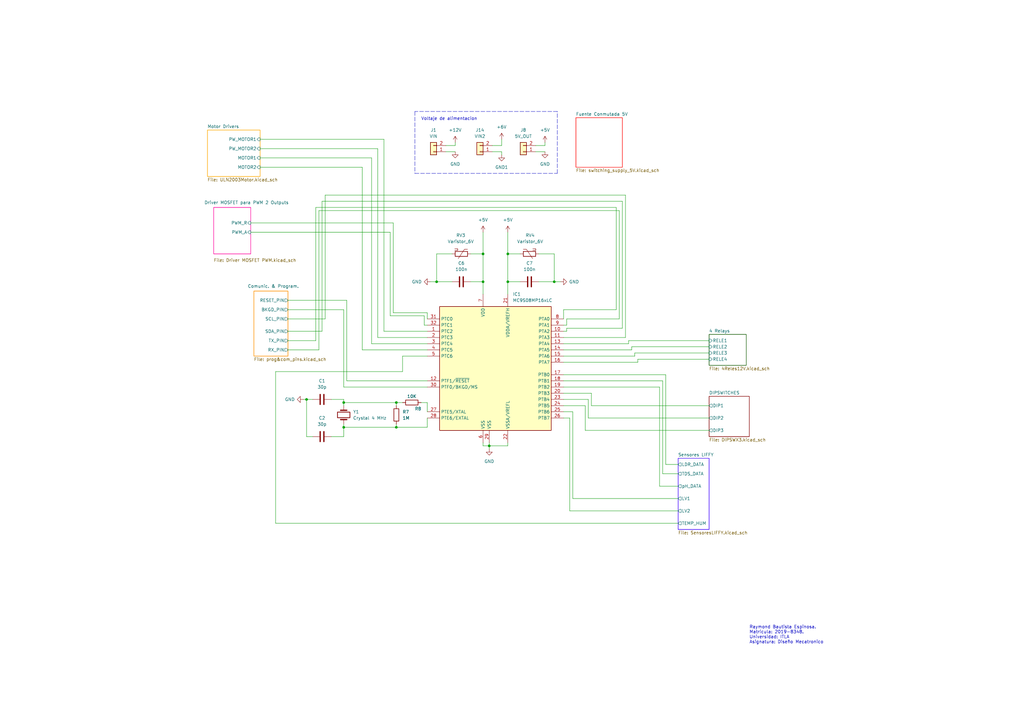
<source format=kicad_sch>
(kicad_sch (version 20211123) (generator eeschema)
  (paper "A3")
  (lib_symbols
    (symbol "Connector_Generic:Conn_01x02" (pin_names (offset 1.016) hide)
      (property "Reference" "J" (at 0 2.54 0))
      (property "Value" "Conn_01x02" (at 0 -5.08 0))
      (symbol "Conn_01x02_1_1"
        (rectangle (start -1.27 -2.413) (end 0 -2.667) (stroke (width 0.1524)))
        (rectangle (start -1.27 0.127) (end 0 -0.127) (stroke (width 0.1524)))
        (rectangle (start -1.27 1.27) (end 1.27 -3.81) (stroke (width 0.254)) (fill (type background)))
        (pin passive line (at -5.08 0 0) (length 3.81) (name "Pin_1") (number "1"))
        (pin passive line (at -5.08 -2.54 0) (length 3.81) (name "Pin_2") (number "2"))
      )
    )
    (symbol "Device:C" (pin_numbers hide) (pin_names (offset 0.254))
      (property "Reference" "C" (at 0.635 2.54 0))
      (property "Value" "C" (at 0.635 -2.54 0))
      (symbol "C_0_1"
        (polyline (pts (xy -2.032 -0.762) (xy 2.032 -0.762)) (stroke (width 0.508)))
        (polyline (pts (xy -2.032 0.762) (xy 2.032 0.762)) (stroke (width 0.508)))
      )
      (symbol "C_1_1"
        (pin passive line (at 0 3.81 270) (length 2.794) (name "~") (number "1"))
        (pin passive line (at 0 -3.81 90) (length 2.794) (name "~") (number "2"))
      )
    )
    (symbol "Device:Crystal" (pin_numbers hide) (pin_names (offset 1.016) hide)
      (property "Reference" "Y" (at 0 3.81 0))
      (property "Value" "Crystal" (at 0 -3.81 0))
      (symbol "Crystal_0_1"
        (rectangle (start -1.143 2.54) (end 1.143 -2.54) (stroke (width 0.3048)))
        (polyline (pts (xy -2.54 0) (xy -1.905 0)))
        (polyline (pts (xy -1.905 -1.27) (xy -1.905 1.27)) (stroke (width 0.508)))
        (polyline (pts (xy 1.905 -1.27) (xy 1.905 1.27)) (stroke (width 0.508)))
        (polyline (pts (xy 2.54 0) (xy 1.905 0)))
      )
      (symbol "Crystal_1_1"
        (pin passive line (at -3.81 0 0) (length 1.27) (name "1") (number "1"))
        (pin passive line (at 3.81 0 180) (length 1.27) (name "2") (number "2"))
      )
    )
    (symbol "Device:R" (pin_numbers hide) (pin_names (offset 0))
      (property "Reference" "R" (at 2.032 0 90))
      (property "Value" "R" (at 0 0 90))
      (symbol "R_0_1"
        (rectangle (start -1.016 -2.54) (end 1.016 2.54) (stroke (width 0.254)))
      )
      (symbol "R_1_1"
        (pin passive line (at 0 3.81 270) (length 1.27) (name "~") (number "1"))
        (pin passive line (at 0 -3.81 90) (length 1.27) (name "~") (number "2"))
      )
    )
    (symbol "Device:Varistor" (pin_numbers hide) (pin_names (offset 0))
      (property "Reference" "RV" (at 3.175 0 90))
      (property "Value" "Varistor" (at -3.175 0 90))
      (symbol "Varistor_0_0"
        (text "U" (at -1.778 -2.032 0) (effects (font (size 1.27 1.27))))
      )
      (symbol "Varistor_0_1"
        (rectangle (start -1.016 -2.54) (end 1.016 2.54) (stroke (width 0.254)))
        (polyline (pts (xy -1.905 2.54) (xy -1.905 1.27) (xy 1.905 -1.27)))
      )
      (symbol "Varistor_1_1"
        (pin passive line (at 0 3.81 270) (length 1.27) (name "~") (number "1"))
        (pin passive line (at 0 -3.81 90) (length 1.27) (name "~") (number "2"))
      )
    )
    (symbol "MCU_NXP_S08:MC9S08MP16xLC"
      (property "Reference" "IC" (at -22.86 26.67 0))
      (property "Value" "MC9S08MP16xLC" (at 22.86 26.67 0))
      (symbol "MC9S08MP16xLC_0_1"
        (rectangle (start -22.86 25.4) (end 22.86 -25.4) (stroke (width 0.254)) (fill (type background)))
      )
      (symbol "MC9S08MP16xLC_1_1"
        (pin bidirectional line (at -27.94 15.24 0) (length 5.08) (name "PTC2") (number "1"))
        (pin bidirectional line (at 27.94 15.24 180) (length 5.08) (name "PTA2") (number "10"))
        (pin bidirectional line (at 27.94 12.7 180) (length 5.08) (name "PTA3") (number "11"))
        (pin bidirectional line (at -27.94 -5.08 0) (length 5.08) (name "PTF1/~{RESET}") (number "12"))
        (pin bidirectional line (at 27.94 10.16 180) (length 5.08) (name "PTA4") (number "13"))
        (pin bidirectional line (at 27.94 7.62 180) (length 5.08) (name "PTA5") (number "14"))
        (pin bidirectional line (at 27.94 5.08 180) (length 5.08) (name "PTA6") (number "15"))
        (pin bidirectional line (at 27.94 2.54 180) (length 5.08) (name "PTA7") (number "16"))
        (pin bidirectional line (at 27.94 -2.54 180) (length 5.08) (name "PTB0") (number "17"))
        (pin bidirectional line (at 27.94 -5.08 180) (length 5.08) (name "PTB1") (number "18"))
        (pin bidirectional line (at 27.94 -7.62 180) (length 5.08) (name "PTB2") (number "19"))
        (pin bidirectional line (at -27.94 12.7 0) (length 5.08) (name "PTC3") (number "2"))
        (pin bidirectional line (at 27.94 -10.16 180) (length 5.08) (name "PTB3") (number "20"))
        (pin power_in line (at 5.08 30.48 270) (length 5.08) (name "VDDA/VREFH") (number "21"))
        (pin power_in line (at 5.08 -30.48 90) (length 5.08) (name "VSSA/VREFL") (number "22"))
        (pin bidirectional line (at 27.94 -12.7 180) (length 5.08) (name "PTB4") (number "23"))
        (pin bidirectional line (at 27.94 -15.24 180) (length 5.08) (name "PTB5") (number "24"))
        (pin bidirectional line (at 27.94 -17.78 180) (length 5.08) (name "PTB6") (number "25"))
        (pin bidirectional line (at 27.94 -20.32 180) (length 5.08) (name "PTB7") (number "26"))
        (pin bidirectional line (at -27.94 -17.78 0) (length 5.08) (name "PTE5/XTAL") (number "27"))
        (pin bidirectional line (at -27.94 -20.32 0) (length 5.08) (name "PTE6/EXTAL") (number "28"))
        (pin power_in line (at -2.54 -30.48 90) (length 5.08) (name "VSS") (number "29"))
        (pin bidirectional line (at -27.94 10.16 0) (length 5.08) (name "PTC4") (number "3"))
        (pin bidirectional line (at -27.94 -7.62 0) (length 5.08) (name "PTF0/BKGD/MS") (number "30"))
        (pin bidirectional line (at -27.94 20.32 0) (length 5.08) (name "PTC0") (number "31"))
        (pin bidirectional line (at -27.94 17.78 0) (length 5.08) (name "PTC1") (number "32"))
        (pin bidirectional line (at -27.94 7.62 0) (length 5.08) (name "PTC5") (number "4"))
        (pin bidirectional line (at -27.94 5.08 0) (length 5.08) (name "PTC6") (number "5"))
        (pin power_in line (at -5.08 -30.48 90) (length 5.08) (name "VSS") (number "6"))
        (pin power_in line (at -5.08 30.48 270) (length 5.08) (name "VDD") (number "7"))
        (pin bidirectional line (at 27.94 20.32 180) (length 5.08) (name "PTA0") (number "8"))
        (pin bidirectional line (at 27.94 17.78 180) (length 5.08) (name "PTA1") (number "9"))
      )
    )
    (symbol "power:+12V" (power) (pin_names (offset 0))
      (property "Value" "+12V" (at 0 3.556 0))
      (symbol "+12V_0_1"
        (polyline (pts (xy -0.762 1.27) (xy 0 2.54)))
        (polyline (pts (xy 0 0) (xy 0 2.54)))
        (polyline (pts (xy 0 2.54) (xy 0.762 1.27)))
      )
      (symbol "+12V_1_1"
        (pin power_in line (at 0 0 90) (length 0) hide (name "+12V") (number "1"))
      )
    )
    (symbol "power:+5V" (power) (pin_names (offset 0))
      (property "Value" "+5V" (at 0 3.556 0))
      (symbol "+5V_0_1"
        (polyline (pts (xy -0.762 1.27) (xy 0 2.54)))
        (polyline (pts (xy 0 0) (xy 0 2.54)))
        (polyline (pts (xy 0 2.54) (xy 0.762 1.27)))
      )
      (symbol "+5V_1_1"
        (pin power_in line (at 0 0 90) (length 0) hide (name "+5V") (number "1"))
      )
    )
    (symbol "power:+6V" (power) (pin_names (offset 0))
      (property "Value" "+6V" (at 0 3.556 0))
      (symbol "+6V_0_1"
        (polyline (pts (xy -0.762 1.27) (xy 0 2.54)))
        (polyline (pts (xy 0 0) (xy 0 2.54)))
        (polyline (pts (xy 0 2.54) (xy 0.762 1.27)))
      )
      (symbol "+6V_1_1"
        (pin power_in line (at 0 0 90) (length 0) hide (name "+6V") (number "1"))
      )
    )
    (symbol "power:GND" (power) (pin_names (offset 0))
      (property "Value" "GND" (at 0 -3.81 0))
      (symbol "GND_0_1"
        (polyline (pts (xy 0 0) (xy 0 -1.27) (xy 1.27 -1.27) (xy 0 -2.54) (xy -1.27 -1.27) (xy 0 -1.27)))
      )
      (symbol "GND_1_1"
        (pin power_in line (at 0 0 270) (length 0) hide (name "GND") (number "1"))
      )
    )
    (symbol "power:GND1" (power) (pin_names (offset 0))
      (property "Value" "GND1" (at 0 -3.81 0))
      (symbol "GND1_0_1"
        (polyline (pts (xy 0 0) (xy 0 -1.27) (xy 1.27 -1.27) (xy 0 -2.54) (xy -1.27 -1.27) (xy 0 -1.27)))
      )
      (symbol "GND1_1_1"
        (pin power_in line (at 0 0 270) (length 0) hide (name "GND1") (number "1"))
      )
    )
  )
  (junction (at 208.28 115.57))
  (junction (at 125.73 163.83))
  (junction (at 140.97 175.26))
  (junction (at 198.12 115.57))
  (junction (at 200.66 182.88))
  (junction (at 179.07 115.57))
  (junction (at 208.28 104.14))
  (junction (at 162.56 175.26))
  (junction (at 198.12 104.14))
  (junction (at 227.33 115.57))
  (junction (at 162.56 165.1))
  (junction (at 140.97 165.1))
  (wire (pts (xy 173.99 133.35) (xy 175.26 133.35)))
  (wire (pts (xy 252.73 85.09) (xy 252.73 127)))
  (wire (pts (xy 205.74 59.69) (xy 201.93 59.69)))
  (wire (pts (xy 229.87 115.57) (xy 227.33 115.57)))
  (wire (pts (xy 232.41 133.35) (xy 232.41 130.81)))
  (polyline (pts (xy 170.18 45.72) (xy 170.18 71.12)))
  (wire (pts (xy 198.12 104.14) (xy 198.12 115.57)))
  (wire (pts (xy 219.71 62.23) (xy 223.52 62.23)))
  (wire (pts (xy 106.68 64.77) (xy 152.4 64.77)))
  (wire (pts (xy 205.74 57.15) (xy 205.74 59.69)))
  (wire (pts (xy 135.89 163.83) (xy 140.97 163.83)))
  (wire (pts (xy 133.35 130.81) (xy 133.35 80.01)))
  (wire (pts (xy 185.42 104.14) (xy 179.07 104.14)))
  (wire (pts (xy 113.03 214.63) (xy 113.03 152.4)))
  (wire (pts (xy 223.52 58.42) (xy 223.52 59.69)))
  (wire (pts (xy 201.93 62.23) (xy 205.74 62.23)))
  (wire (pts (xy 140.97 158.75) (xy 140.97 127)))
  (wire (pts (xy 270.51 199.39) (xy 270.51 158.75)))
  (wire (pts (xy 176.53 115.57) (xy 179.07 115.57)))
  (wire (pts (xy 148.59 143.51) (xy 175.26 143.51)))
  (wire (pts (xy 175.26 128.27) (xy 161.29 128.27)))
  (wire (pts (xy 175.26 130.81) (xy 175.26 128.27)))
  (wire (pts (xy 200.66 184.15) (xy 200.66 182.88)))
  (wire (pts (xy 182.88 59.69) (xy 186.69 59.69)))
  (wire (pts (xy 231.14 127) (xy 231.14 130.81)))
  (wire (pts (xy 278.13 190.5) (xy 273.05 190.5)))
  (wire (pts (xy 140.97 179.07) (xy 140.97 175.26)))
  (wire (pts (xy 259.08 143.51) (xy 259.08 142.24)))
  (wire (pts (xy 234.95 204.47) (xy 234.95 168.91)))
  (wire (pts (xy 179.07 115.57) (xy 185.42 115.57)))
  (wire (pts (xy 140.97 175.26) (xy 162.56 175.26)))
  (wire (pts (xy 240.03 166.37) (xy 231.14 166.37)))
  (wire (pts (xy 231.14 168.91) (xy 234.95 168.91)))
  (wire (pts (xy 162.56 166.37) (xy 162.56 165.1)))
  (wire (pts (xy 252.73 127) (xy 231.14 127)))
  (wire (pts (xy 261.62 148.59) (xy 261.62 147.32)))
  (wire (pts (xy 106.68 57.15) (xy 157.48 57.15)))
  (wire (pts (xy 113.03 152.4) (xy 165.1 152.4)))
  (wire (pts (xy 227.33 115.57) (xy 220.98 115.57)))
  (wire (pts (xy 175.26 165.1) (xy 175.26 168.91)))
  (wire (pts (xy 118.11 139.7) (xy 129.54 139.7)))
  (wire (pts (xy 200.66 182.88) (xy 200.66 181.61)))
  (wire (pts (xy 242.57 166.37) (xy 242.57 161.29)))
  (wire (pts (xy 213.36 115.57) (xy 208.28 115.57)))
  (wire (pts (xy 173.99 129.54) (xy 173.99 133.35)))
  (wire (pts (xy 231.14 143.51) (xy 259.08 143.51)))
  (wire (pts (xy 130.81 143.51) (xy 130.81 86.36)))
  (wire (pts (xy 140.97 166.37) (xy 140.97 165.1)))
  (wire (pts (xy 148.59 143.51) (xy 148.59 68.58)))
  (wire (pts (xy 162.56 175.26) (xy 175.26 175.26)))
  (wire (pts (xy 278.13 204.47) (xy 234.95 204.47)))
  (wire (pts (xy 133.35 80.01) (xy 256.54 80.01)))
  (wire (pts (xy 118.11 130.81) (xy 133.35 130.81)))
  (wire (pts (xy 154.94 138.43) (xy 175.26 138.43)))
  (wire (pts (xy 160.02 129.54) (xy 173.99 129.54)))
  (wire (pts (xy 118.11 135.89) (xy 132.08 135.89)))
  (wire (pts (xy 154.94 138.43) (xy 154.94 60.96)))
  (wire (pts (xy 290.83 166.37) (xy 242.57 166.37)))
  (wire (pts (xy 162.56 173.99) (xy 162.56 175.26)))
  (wire (pts (xy 271.78 194.31) (xy 278.13 194.31)))
  (wire (pts (xy 231.14 133.35) (xy 232.41 133.35)))
  (wire (pts (xy 208.28 181.61) (xy 208.28 182.88)))
  (wire (pts (xy 240.03 166.37) (xy 240.03 176.53)))
  (wire (pts (xy 231.14 140.97) (xy 257.81 140.97)))
  (wire (pts (xy 255.27 82.55) (xy 255.27 134.62)))
  (wire (pts (xy 175.26 171.45) (xy 175.26 175.26)))
  (wire (pts (xy 135.89 179.07) (xy 140.97 179.07)))
  (wire (pts (xy 198.12 95.25) (xy 198.12 104.14)))
  (wire (pts (xy 208.28 115.57) (xy 208.28 120.65)))
  (wire (pts (xy 140.97 175.26) (xy 140.97 173.99)))
  (wire (pts (xy 256.54 80.01) (xy 256.54 138.43)))
  (wire (pts (xy 128.27 179.07) (xy 125.73 179.07)))
  (wire (pts (xy 260.35 144.78) (xy 260.35 146.05)))
  (wire (pts (xy 198.12 182.88) (xy 200.66 182.88)))
  (wire (pts (xy 172.72 165.1) (xy 175.26 165.1)))
  (wire (pts (xy 231.14 138.43) (xy 256.54 138.43)))
  (wire (pts (xy 161.29 91.44) (xy 161.29 128.27)))
  (wire (pts (xy 261.62 147.32) (xy 290.83 147.32)))
  (wire (pts (xy 232.41 134.62) (xy 232.41 135.89)))
  (wire (pts (xy 278.13 209.55) (xy 233.68 209.55)))
  (wire (pts (xy 233.68 209.55) (xy 233.68 171.45)))
  (wire (pts (xy 165.1 152.4) (xy 165.1 146.05)))
  (wire (pts (xy 193.04 115.57) (xy 198.12 115.57)))
  (wire (pts (xy 160.02 95.25) (xy 102.87 95.25)))
  (wire (pts (xy 257.81 139.7) (xy 257.81 140.97)))
  (wire (pts (xy 148.59 68.58) (xy 106.68 68.58)))
  (wire (pts (xy 140.97 165.1) (xy 162.56 165.1)))
  (wire (pts (xy 227.33 104.14) (xy 227.33 115.57)))
  (wire (pts (xy 231.14 148.59) (xy 261.62 148.59)))
  (wire (pts (xy 140.97 163.83) (xy 140.97 165.1)))
  (wire (pts (xy 152.4 140.97) (xy 175.26 140.97)))
  (wire (pts (xy 118.11 143.51) (xy 130.81 143.51)))
  (wire (pts (xy 208.28 104.14) (xy 208.28 115.57)))
  (wire (pts (xy 132.08 82.55) (xy 255.27 82.55)))
  (wire (pts (xy 129.54 85.09) (xy 252.73 85.09)))
  (wire (pts (xy 273.05 190.5) (xy 273.05 153.67)))
  (polyline (pts (xy 228.6 71.12) (xy 228.6 45.72)))
  (wire (pts (xy 130.81 86.36) (xy 254 86.36)))
  (wire (pts (xy 233.68 171.45) (xy 231.14 171.45)))
  (wire (pts (xy 231.14 156.21) (xy 271.78 156.21)))
  (wire (pts (xy 165.1 146.05) (xy 175.26 146.05)))
  (wire (pts (xy 220.98 104.14) (xy 227.33 104.14)))
  (wire (pts (xy 231.14 153.67) (xy 273.05 153.67)))
  (wire (pts (xy 232.41 130.81) (xy 254 130.81)))
  (wire (pts (xy 193.04 104.14) (xy 198.12 104.14)))
  (wire (pts (xy 175.26 158.75) (xy 140.97 158.75)))
  (wire (pts (xy 205.74 62.23) (xy 205.74 63.5)))
  (wire (pts (xy 271.78 156.21) (xy 271.78 194.31)))
  (wire (pts (xy 198.12 182.88) (xy 198.12 181.61)))
  (wire (pts (xy 213.36 104.14) (xy 208.28 104.14)))
  (wire (pts (xy 140.97 127) (xy 118.11 127)))
  (wire (pts (xy 278.13 214.63) (xy 113.03 214.63)))
  (wire (pts (xy 241.3 163.83) (xy 231.14 163.83)))
  (wire (pts (xy 162.56 165.1) (xy 165.1 165.1)))
  (wire (pts (xy 160.02 129.54) (xy 160.02 95.25)))
  (wire (pts (xy 232.41 134.62) (xy 255.27 134.62)))
  (wire (pts (xy 179.07 104.14) (xy 179.07 115.57)))
  (wire (pts (xy 232.41 135.89) (xy 231.14 135.89)))
  (wire (pts (xy 278.13 199.39) (xy 270.51 199.39)))
  (wire (pts (xy 175.26 156.21) (xy 142.24 156.21)))
  (wire (pts (xy 200.66 182.88) (xy 208.28 182.88)))
  (polyline (pts (xy 170.18 71.12) (xy 228.6 71.12)))
  (wire (pts (xy 240.03 176.53) (xy 290.83 176.53)))
  (wire (pts (xy 125.73 163.83) (xy 125.73 179.07)))
  (wire (pts (xy 142.24 123.19) (xy 118.11 123.19)))
  (wire (pts (xy 129.54 139.7) (xy 129.54 85.09)))
  (wire (pts (xy 182.88 62.23) (xy 186.69 62.23)))
  (wire (pts (xy 125.73 163.83) (xy 128.27 163.83)))
  (wire (pts (xy 157.48 135.89) (xy 175.26 135.89)))
  (wire (pts (xy 259.08 142.24) (xy 290.83 142.24)))
  (wire (pts (xy 208.28 95.25) (xy 208.28 104.14)))
  (wire (pts (xy 219.71 59.69) (xy 223.52 59.69)))
  (wire (pts (xy 198.12 115.57) (xy 198.12 120.65)))
  (wire (pts (xy 254 86.36) (xy 254 130.81)))
  (wire (pts (xy 241.3 163.83) (xy 241.3 171.45)))
  (wire (pts (xy 154.94 60.96) (xy 106.68 60.96)))
  (wire (pts (xy 124.46 163.83) (xy 125.73 163.83)))
  (wire (pts (xy 152.4 64.77) (xy 152.4 140.97)))
  (wire (pts (xy 241.3 171.45) (xy 290.83 171.45)))
  (wire (pts (xy 102.87 91.44) (xy 161.29 91.44)))
  (wire (pts (xy 142.24 156.21) (xy 142.24 123.19)))
  (wire (pts (xy 290.83 144.78) (xy 260.35 144.78)))
  (wire (pts (xy 231.14 146.05) (xy 260.35 146.05)))
  (wire (pts (xy 270.51 158.75) (xy 231.14 158.75)))
  (polyline (pts (xy 228.6 45.72) (xy 170.18 45.72)))
  (wire (pts (xy 186.69 58.42) (xy 186.69 59.69)))
  (wire (pts (xy 242.57 161.29) (xy 231.14 161.29)))
  (wire (pts (xy 132.08 135.89) (xy 132.08 82.55)))
  (wire (pts (xy 157.48 57.15) (xy 157.48 135.89)))
  (wire (pts (xy 257.81 139.7) (xy 290.83 139.7)))
  (text "Raymond Bautista Espinosa.\nMatricula: 2019-8348.\nUniversidad: ITLA\nAsignatura: Diseño Mecatronico" (at 307.34 264.16 0) (effects (font (size 1.27 1.27)) (justify left bottom)))
  (text "Voltaje de alimentacion" (at 172.72 49.53 0) (effects (font (size 1.27 1.27)) (justify left bottom)))
  (symbol (lib_id "Device:C") (at 132.08 163.83 90) (unit 1)
    (property "Reference" "C1" (at 132.08 156.21 90))
    (property "Value" "30p" (at 132.08 158.75 90))
    (property "Footprint" "Capacitor_SMD:C_0201_0603Metric" (effects hide))
  )
  (symbol (lib_id "Connector_Generic:Conn_01x02") (at 214.63 62.23 180) (unit 1)
    (property "Reference" "J8" (at 214.63 53.34 0))
    (property "Value" "5V_OUT" (at 214.63 55.88 0))
    (property "Footprint" "TerminalBlock:TerminalBlock_bornier-2_P5.08mm" (effects hide))
  )
  (symbol (lib_id "Device:C") (at 217.17 115.57 270) (mirror x) (unit 1)
    (property "Reference" "C7" (at 217.17 107.95 90))
    (property "Value" "100n" (at 217.17 110.49 90))
    (property "Footprint" "Capacitor_SMD:C_0201_0603Metric" (effects hide))
  )
  (symbol (lib_id "power:+6V") (at 205.74 57.15 0) (unit 1)
    (property "Reference" "#PWR0111" (effects hide))
    (property "Value" "+6V" (at 205.74 52.07 0))
  )
  (symbol (lib_id "power:GND") (at 223.52 62.23 0) (unit 1)
    (property "Reference" "#PWR034" (effects hide))
    (property "Value" "GND" (at 223.52 67.31 0))
  )
  (symbol (lib_id "Device:R") (at 168.91 165.1 90) (unit 1)
    (property "Reference" "R8" (at 171.45 167.64 90))
    (property "Value" "10K" (at 168.91 162.56 90))
    (property "Footprint" "Resistor_SMD:R_0201_0603Metric" (effects hide))
  )
  (symbol (lib_id "Device:R") (at 162.56 170.18 180) (unit 1)
    (property "Reference" "R7" (at 165.1 168.9099 0) (effects (justify right)))
    (property "Value" "1M" (at 165.1 171.4499 0) (effects (justify right)))
    (property "Footprint" "Resistor_SMD:R_0201_0603Metric" (effects hide))
  )
  (symbol (lib_id "MCU_NXP_S08:MC9S08MP16xLC") (at 203.2 151.13 0) (unit 1)
    (property "Reference" "IC1" (at 210.2994 120.65 0) (effects (justify left)))
    (property "Value" "MC9S08MP16xLC" (at 210.2994 123.19 0) (effects (justify left)))
    (property "Footprint" "Package_QFP:LQFP-32_7x7mm_P0.8mm" (effects hide))
    (property "Datasheet" "http://cache.nxp.com/files/microcontrollers/doc/ref_manual/MC9S08MP16RM.pdf" (effects hide))
  )
  (symbol (lib_id "power:GND") (at 186.69 62.23 0) (unit 1)
    (property "Reference" "#PWR04" (effects hide))
    (property "Value" "GND" (at 186.69 67.31 0))
  )
  (symbol (lib_id "power:GND1") (at 205.74 63.5 0) (unit 1)
    (property "Reference" "#PWR0112" (effects hide))
    (property "Value" "GND1" (at 205.74 68.58 0))
  )
  (symbol (lib_id "power:GND") (at 124.46 163.83 270) (unit 1)
    (property "Reference" "#PWR0101" (effects hide))
    (property "Value" "GND" (at 116.84 163.83 90) (effects (justify left)))
  )
  (symbol (lib_id "power:GND") (at 176.53 115.57 270) (unit 1)
    (property "Reference" "#PWR0104" (effects hide))
    (property "Value" "GND" (at 168.91 115.57 90) (effects (justify left)))
  )
  (symbol (lib_id "Device:Varistor") (at 189.23 104.14 270) (unit 1)
    (property "Reference" "RV3" (at 188.9768 96.52 90))
    (property "Value" "Varistor_6V" (at 188.9768 99.06 90))
    (property "Footprint" "Capacitor_SMD:C_0805_2012Metric" (effects hide))
  )
  (symbol (lib_id "Connector_Generic:Conn_01x02") (at 196.85 62.23 180) (unit 1)
    (property "Reference" "J14" (at 196.85 53.34 0))
    (property "Value" "VIN2" (at 196.85 55.88 0))
    (property "Footprint" "TerminalBlock:TerminalBlock_bornier-2_P5.08mm" (effects hide))
  )
  (symbol (lib_id "Device:C") (at 132.08 179.07 90) (unit 1)
    (property "Reference" "C2" (at 132.08 171.45 90))
    (property "Value" "30p" (at 132.08 173.99 90))
    (property "Footprint" "Capacitor_SMD:C_0201_0603Metric" (effects hide))
  )
  (symbol (lib_id "Device:Crystal") (at 140.97 170.18 90) (unit 1)
    (property "Reference" "Y1" (at 144.78 168.9099 90) (effects (justify right)))
    (property "Value" "Crystal 4 MHz" (at 144.78 171.4499 90) (effects (justify right)))
    (property "Footprint" "Crystal:Crystal_HC49-4H_Vertical" (effects hide))
  )
  (symbol (lib_id "power:GND") (at 229.87 115.57 90) (mirror x) (unit 1)
    (property "Reference" "#PWR0102" (effects hide))
    (property "Value" "GND" (at 237.49 115.57 90) (effects (justify left)))
  )
  (symbol (lib_id "power:+12V") (at 186.69 58.42 0) (unit 1)
    (property "Reference" "#PWR03" (effects hide))
    (property "Value" "+12V" (at 186.69 53.34 0))
  )
  (symbol (lib_id "Device:Varistor") (at 217.17 104.14 90) (mirror x) (unit 1)
    (property "Reference" "RV4" (at 217.4232 96.52 90))
    (property "Value" "Varistor_6V" (at 217.4232 99.06 90))
    (property "Footprint" "Capacitor_SMD:C_0805_2012Metric" (effects hide))
  )
  (symbol (lib_id "Connector_Generic:Conn_01x02") (at 177.8 62.23 180) (unit 1)
    (property "Reference" "J1" (at 177.8 53.34 0))
    (property "Value" "VIN" (at 177.8 55.88 0))
    (property "Footprint" "TerminalBlock:TerminalBlock_bornier-2_P5.08mm" (effects hide))
  )
  (symbol (lib_id "power:+5V") (at 223.52 58.42 0) (unit 1)
    (property "Reference" "#PWR033" (effects hide))
    (property "Value" "+5V" (at 223.52 53.34 0))
  )
  (symbol (lib_id "Device:C") (at 189.23 115.57 90) (unit 1)
    (property "Reference" "C6" (at 189.23 107.95 90))
    (property "Value" "100n" (at 189.23 110.49 90))
    (property "Footprint" "Capacitor_SMD:C_0201_0603Metric" (effects hide))
  )
  (symbol (lib_id "power:GND") (at 200.66 184.15 0) (unit 1)
    (property "Reference" "#PWR0105" (effects hide))
    (property "Value" "GND" (at 200.66 189.23 0))
  )
  (symbol (lib_id "power:+5V") (at 208.28 95.25 0) (mirror y) (unit 1)
    (property "Reference" "#PWR0103" (effects hide))
    (property "Value" "+5V" (at 208.28 90.17 0))
  )
  (symbol (lib_id "power:+5V") (at 198.12 95.25 0) (unit 1)
    (property "Reference" "#PWR0110" (effects hide))
    (property "Value" "+5V" (at 198.12 90.17 0))
  )
  (sheet (at 104.14 119.38) (size 13.97 26.67) (stroke (width 0.1524) (color 255 147 5 1))
    (property "Sheet name" "Comunic. & Program." (at 101.6 118.11 0) (effects (justify left bottom)))
    (property "Sheet file" "prog&com_pins.kicad_sch" (at 104.14 146.6346 0) (effects (justify left top)))
    (pin "BKGD_PIN" output (at 118.11 127 0))
    (pin "RESET_PIN" output (at 118.11 123.19 0))
    (pin "SDA_PIN" output (at 118.11 135.89 0))
    (pin "SCL_PIN" output (at 118.11 130.81 0))
    (pin "TX_PIN" output (at 118.11 139.7 0))
    (pin "RX_PIN" output (at 118.11 143.51 0))
  )
  (sheet (at 87.63 85.09) (size 15.24 19.05) (stroke (width 0.1524) (color 255 0 157 1))
    (property "Sheet name" "Driver MOSFET para PWM 2 Outputs" (at 83.82 83.82 0) (effects (justify left bottom)))
    (property "Sheet file" "Driver MOSFET PWM.kicad_sch" (at 87.63 105.9946 0) (effects (justify left top)))
    (pin "PWM_A" input (at 102.87 95.25 0))
    (pin "PWM_R" input (at 102.87 91.44 0))
  )
  (sheet (at 236.22 48.26) (size 19.05 20.32) (stroke (width 0.1524) (color 255 14 12 1))
    (property "Sheet name" "Fuente Conmutada 5V" (at 236.22 47.5484 0) (effects (justify left bottom)))
    (property "Sheet file" "switching_supply_5V.kicad_sch" (at 236.22 69.1646 0) (effects (justify left top)))
  )
  (sheet (at 290.83 137.16) (size 15.24 12.7) (stroke (width 0.1524) (color 15 88 0 1))
    (property "Sheet name" "4 Relays" (at 290.83 136.4484 0) (effects (justify left bottom)))
    (property "Sheet file" "4Reles12V.kicad_sch" (at 290.83 150.4446 0) (effects (justify left top)))
    (pin "RELE1" input (at 290.83 139.7 180))
    (pin "RELE2" input (at 290.83 142.24 180))
    (pin "RELE3" input (at 290.83 144.78 180))
    (pin "RELE4" input (at 290.83 147.32 180))
  )
  (sheet (at 290.83 162.56) (size 16.51 16.51) (stroke (width 0.1524))
    (property "Sheet name" "DIPSWITCHES" (at 290.83 161.8484 0) (effects (justify left bottom)))
    (property "Sheet file" "DIPSWX3.kicad_sch" (at 290.83 179.6546 0) (effects (justify left top)))
    (pin "DIP1" output (at 290.83 166.37 180))
    (pin "DIP3" output (at 290.83 176.53 180))
    (pin "DIP2" output (at 290.83 171.45 180))
  )
  (sheet (at 85.09 53.34) (size 21.59 19.05) (stroke (width 0.1524) (color 255 176 19 1))
    (property "Sheet name" "Motor Drivers" (at 85.09 52.6284 0) (effects (justify left bottom)))
    (property "Sheet file" "ULN2003Motor.kicad_sch" (at 85.09 72.9746 0) (effects (justify left top)))
    (pin "PW_MOTOR1" input (at 106.68 57.15 0))
    (pin "PW_MOTOR2" input (at 106.68 60.96 0))
    (pin "MOTOR1" input (at 106.68 64.77 0))
    (pin "MOTOR2" input (at 106.68 68.58 0))
  )
  (sheet (at 278.13 187.96) (size 12.7 29.21) (stroke (width 0.1524) (color 62 0 255 1))
    (property "Sheet name" "Sensores LIFFY" (at 278.13 187.2484 0) (effects (justify left bottom)))
    (property "Sheet file" "SensoresLIFFY.kicad_sch" (at 278.13 217.7546 0) (effects (justify left top)))
    (pin "LDR_DATA" output (at 278.13 190.5 180))
    (pin "TEMP_HUM" output (at 278.13 214.63 180))
    (pin "TDS_DATA" output (at 278.13 194.31 180))
    (pin "pH_DATA" output (at 278.13 199.39 180))
    (pin "LV1" output (at 278.13 204.47 180))
    (pin "LV2" output (at 278.13 209.55 180))
  )
)
</source>
